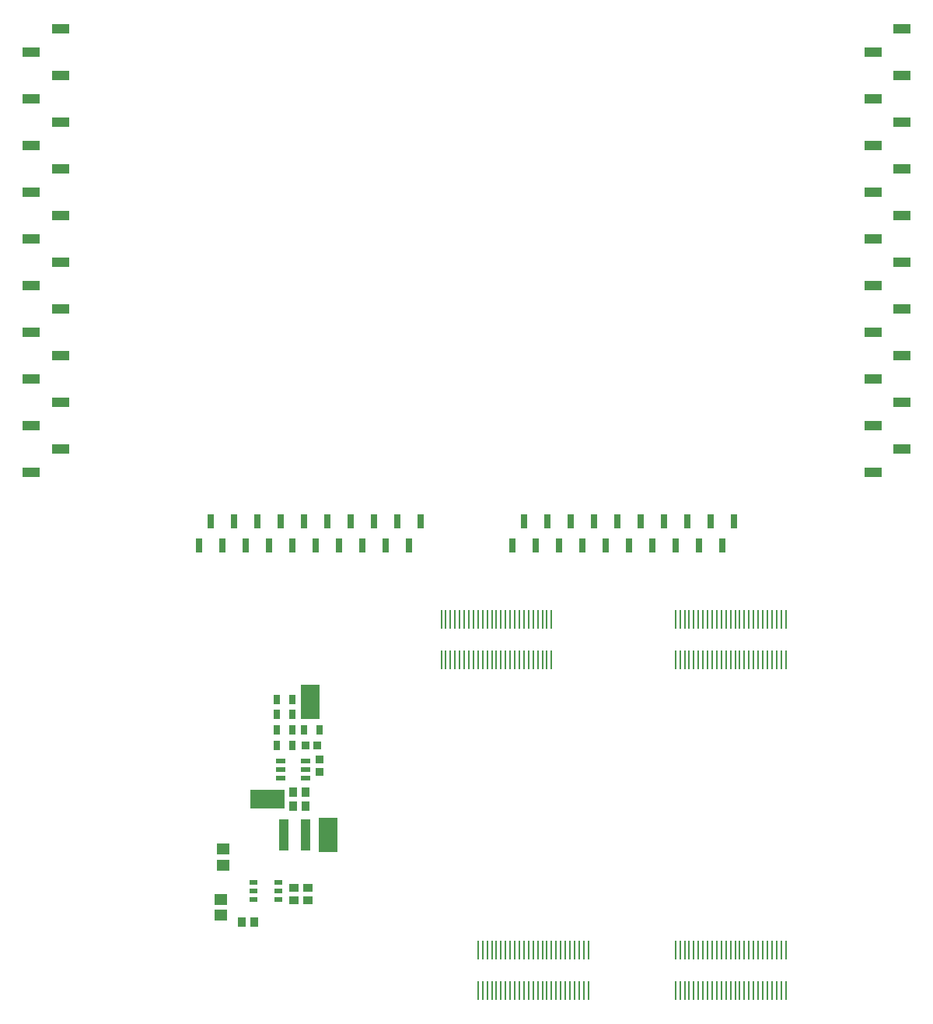
<source format=gbp>
G04*
G04 #@! TF.GenerationSoftware,Altium Limited,Altium Designer,24.1.2 (44)*
G04*
G04 Layer_Color=128*
%FSLAX44Y44*%
%MOMM*%
G71*
G04*
G04 #@! TF.SameCoordinates,8F2A281D-5683-44EC-B143-A45D5901FF86*
G04*
G04*
G04 #@! TF.FilePolarity,Positive*
G04*
G01*
G75*
%ADD41R,1.9050X1.0200*%
%ADD42R,1.0000X0.6000*%
%ADD43R,0.9525X0.6096*%
%ADD44R,0.2500X2.0000*%
%ADD45R,0.7400X1.6000*%
%ADD46R,0.6500X1.0500*%
%ADD47R,0.9800X3.4000*%
%ADD48R,0.9500X0.8500*%
%ADD49R,0.9000X1.0000*%
%ADD50R,1.3500X1.1500*%
%ADD51R,1.0000X0.9000*%
%ADD52R,0.8500X0.9500*%
%ADD53R,2.0300X3.8000*%
%ADD54R,3.8000X2.0300*%
D41*
X292082Y958092D02*
D03*
X324132Y983492D02*
D03*
X292082Y1008892D02*
D03*
X324132Y1034292D02*
D03*
X292082Y1059692D02*
D03*
X324132Y1085092D02*
D03*
X292082Y1110492D02*
D03*
X324132Y1135892D02*
D03*
X292082Y1161292D02*
D03*
X324132Y1186692D02*
D03*
X292082Y1212092D02*
D03*
X324132Y1237492D02*
D03*
X292082Y1262892D02*
D03*
X324132Y1288292D02*
D03*
X292082Y1313692D02*
D03*
X324132Y1339092D02*
D03*
X292082Y1364492D02*
D03*
X324132Y1389892D02*
D03*
X292082Y1415292D02*
D03*
X324132Y1440692D02*
D03*
X1240818D02*
D03*
X1208768Y1415292D02*
D03*
X1240818Y1389892D02*
D03*
X1208768Y1364492D02*
D03*
X1240818Y1339092D02*
D03*
X1208768Y1313692D02*
D03*
X1240818Y1288292D02*
D03*
X1208768Y1262892D02*
D03*
X1240818Y1237492D02*
D03*
X1208768Y1212092D02*
D03*
X1240818Y1186692D02*
D03*
X1208768Y1161292D02*
D03*
X1240818Y1135892D02*
D03*
X1208768Y1110492D02*
D03*
X1240818Y1085092D02*
D03*
X1208768Y1059692D02*
D03*
X1240818Y1034292D02*
D03*
X1208768Y1008892D02*
D03*
X1240818Y983492D02*
D03*
X1208768Y958092D02*
D03*
D42*
X563628Y625160D02*
D03*
Y634660D02*
D03*
Y644160D02*
D03*
X591128D02*
D03*
Y634660D02*
D03*
Y625160D02*
D03*
D43*
X561752Y511978D02*
D03*
Y502580D02*
D03*
Y493182D02*
D03*
X534193D02*
D03*
Y502580D02*
D03*
Y511978D02*
D03*
D44*
X738917Y754155D02*
D03*
X743917D02*
D03*
X763917D02*
D03*
X748917D02*
D03*
X768917D02*
D03*
X758917D02*
D03*
X753917D02*
D03*
X773917D02*
D03*
X778917D02*
D03*
X798917D02*
D03*
X783917D02*
D03*
X803917D02*
D03*
X793917D02*
D03*
X788917D02*
D03*
X808917D02*
D03*
X813917D02*
D03*
X833917D02*
D03*
X818917D02*
D03*
X838917D02*
D03*
X828917D02*
D03*
X823917D02*
D03*
X843917D02*
D03*
X848917D02*
D03*
X853917D02*
D03*
X858917D02*
D03*
X738917Y798155D02*
D03*
X743917D02*
D03*
X763917D02*
D03*
X748917D02*
D03*
X768917D02*
D03*
X758917D02*
D03*
X753917D02*
D03*
X773917D02*
D03*
X778917D02*
D03*
X798917D02*
D03*
X783917D02*
D03*
X803917D02*
D03*
X793917D02*
D03*
X788917D02*
D03*
X808917D02*
D03*
X813917D02*
D03*
X833917D02*
D03*
X818917D02*
D03*
X838917D02*
D03*
X828917D02*
D03*
X823917D02*
D03*
X843917D02*
D03*
X848917D02*
D03*
X853917D02*
D03*
X858917D02*
D03*
X993917Y754155D02*
D03*
X998917D02*
D03*
X1018917D02*
D03*
X1003917D02*
D03*
X1023917D02*
D03*
X1013917D02*
D03*
X1008917D02*
D03*
X1028917D02*
D03*
X1033917D02*
D03*
X1053917D02*
D03*
X1038917D02*
D03*
X1058917D02*
D03*
X1048917D02*
D03*
X1043917D02*
D03*
X1063917D02*
D03*
X1068917D02*
D03*
X1088917D02*
D03*
X1073917D02*
D03*
X1093917D02*
D03*
X1083917D02*
D03*
X1078917D02*
D03*
X1098917D02*
D03*
X1103917D02*
D03*
X1108917D02*
D03*
X1113917D02*
D03*
X993917Y798155D02*
D03*
X998917D02*
D03*
X1018917D02*
D03*
X1003917D02*
D03*
X1023917D02*
D03*
X1013917D02*
D03*
X1008917D02*
D03*
X1028917D02*
D03*
X1033917D02*
D03*
X1053917D02*
D03*
X1038917D02*
D03*
X1058917D02*
D03*
X1048917D02*
D03*
X1043917D02*
D03*
X1063917D02*
D03*
X1068917D02*
D03*
X1088917D02*
D03*
X1073917D02*
D03*
X1093917D02*
D03*
X1083917D02*
D03*
X1078917D02*
D03*
X1098917D02*
D03*
X1103917D02*
D03*
X1108917D02*
D03*
X1113917D02*
D03*
X778917Y394155D02*
D03*
X783917D02*
D03*
X803917D02*
D03*
X788917D02*
D03*
X808917D02*
D03*
X798917D02*
D03*
X793917D02*
D03*
X813917D02*
D03*
X818917D02*
D03*
X838917D02*
D03*
X823917D02*
D03*
X843917D02*
D03*
X833917D02*
D03*
X828917D02*
D03*
X848917D02*
D03*
X853917D02*
D03*
X873917D02*
D03*
X858917D02*
D03*
X878917D02*
D03*
X868917D02*
D03*
X863917D02*
D03*
X883917D02*
D03*
X888917D02*
D03*
X893917D02*
D03*
X898917D02*
D03*
X778917Y438155D02*
D03*
X783917D02*
D03*
X803917D02*
D03*
X788917D02*
D03*
X808917D02*
D03*
X798917D02*
D03*
X793917D02*
D03*
X813917D02*
D03*
X818917D02*
D03*
X838917D02*
D03*
X823917D02*
D03*
X843917D02*
D03*
X833917D02*
D03*
X828917D02*
D03*
X848917D02*
D03*
X853917D02*
D03*
X873917D02*
D03*
X858917D02*
D03*
X878917D02*
D03*
X868917D02*
D03*
X863917D02*
D03*
X883917D02*
D03*
X888917D02*
D03*
X893917D02*
D03*
X898917D02*
D03*
X993917Y394155D02*
D03*
X998917D02*
D03*
X1018917D02*
D03*
X1003917D02*
D03*
X1023917D02*
D03*
X1013917D02*
D03*
X1008917D02*
D03*
X1028917D02*
D03*
X1033917D02*
D03*
X1053917D02*
D03*
X1038917D02*
D03*
X1058917D02*
D03*
X1048917D02*
D03*
X1043917D02*
D03*
X1063917D02*
D03*
X1068917D02*
D03*
X1088917D02*
D03*
X1073917D02*
D03*
X1093917D02*
D03*
X1083917D02*
D03*
X1078917D02*
D03*
X1098917D02*
D03*
X1103917D02*
D03*
X1108917D02*
D03*
X1113917D02*
D03*
X993917Y438155D02*
D03*
X998917D02*
D03*
X1018917D02*
D03*
X1003917D02*
D03*
X1023917D02*
D03*
X1013917D02*
D03*
X1008917D02*
D03*
X1028917D02*
D03*
X1033917D02*
D03*
X1053917D02*
D03*
X1038917D02*
D03*
X1058917D02*
D03*
X1048917D02*
D03*
X1043917D02*
D03*
X1063917D02*
D03*
X1068917D02*
D03*
X1088917D02*
D03*
X1073917D02*
D03*
X1093917D02*
D03*
X1083917D02*
D03*
X1078917D02*
D03*
X1098917D02*
D03*
X1103917D02*
D03*
X1108917D02*
D03*
X1113917D02*
D03*
D45*
X816450Y878692D02*
D03*
X829150Y904692D02*
D03*
X816450Y878692D02*
D03*
X829150Y904692D02*
D03*
X841850Y878692D02*
D03*
X854550Y904692D02*
D03*
X867250Y878692D02*
D03*
X879950Y904692D02*
D03*
X892650Y878692D02*
D03*
X905350Y904692D02*
D03*
X918050Y878692D02*
D03*
X930750Y904692D02*
D03*
X943450Y878692D02*
D03*
X956150Y904692D02*
D03*
X968850Y878692D02*
D03*
X981550Y904692D02*
D03*
X994250Y878692D02*
D03*
X1006950Y904692D02*
D03*
X1019650Y878692D02*
D03*
X1032350Y904692D02*
D03*
X1045050Y878692D02*
D03*
X1057750Y904692D02*
D03*
X475150Y878692D02*
D03*
X487850Y904692D02*
D03*
X475150Y878692D02*
D03*
X487850Y904692D02*
D03*
X500550Y878692D02*
D03*
X513250Y904692D02*
D03*
X525950Y878692D02*
D03*
X538650Y904692D02*
D03*
X551350Y878692D02*
D03*
X564050Y904692D02*
D03*
X576750Y878692D02*
D03*
X589450Y904692D02*
D03*
X602150Y878692D02*
D03*
X614850Y904692D02*
D03*
X627550Y878692D02*
D03*
X640250Y904692D02*
D03*
X652950Y878692D02*
D03*
X665650Y904692D02*
D03*
X678350Y878692D02*
D03*
X691050Y904692D02*
D03*
X703750Y878692D02*
D03*
X716450Y904692D02*
D03*
D46*
X576402Y694192D02*
D03*
X559402D02*
D03*
Y710966D02*
D03*
X576402D02*
D03*
X606079Y677418D02*
D03*
X589080D02*
D03*
X559402D02*
D03*
X576402D02*
D03*
X559402Y660644D02*
D03*
X576402D02*
D03*
D47*
X567665Y563225D02*
D03*
X591365D02*
D03*
D48*
X605966Y632208D02*
D03*
Y645208D02*
D03*
D49*
X535136Y468386D02*
D03*
X521636D02*
D03*
X577926Y594837D02*
D03*
X591426D02*
D03*
X577926Y609676D02*
D03*
X591426D02*
D03*
D50*
X498709Y475765D02*
D03*
Y493265D02*
D03*
X501289Y530604D02*
D03*
Y548104D02*
D03*
D51*
X593547Y505459D02*
D03*
Y491959D02*
D03*
X578063Y505459D02*
D03*
Y491959D02*
D03*
D52*
X591079Y660644D02*
D03*
X604080D02*
D03*
D53*
X596289Y708386D02*
D03*
X615644Y563225D02*
D03*
D54*
X549838Y602579D02*
D03*
M02*

</source>
